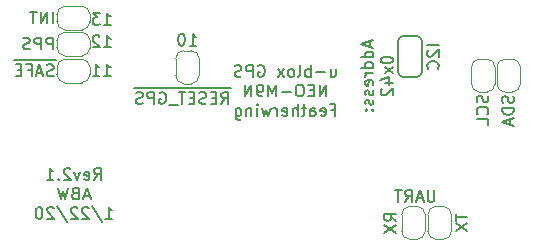
<source format=gbr>
G04 #@! TF.GenerationSoftware,KiCad,Pcbnew,(5.1.4)-1*
G04 #@! TF.CreationDate,2020-01-22T19:52:42-05:00*
G04 #@! TF.ProjectId,Feather-NEO-M9N-GPS,46656174-6865-4722-9d4e-454f2d4d394e,rev?*
G04 #@! TF.SameCoordinates,Original*
G04 #@! TF.FileFunction,Legend,Bot*
G04 #@! TF.FilePolarity,Positive*
%FSLAX46Y46*%
G04 Gerber Fmt 4.6, Leading zero omitted, Abs format (unit mm)*
G04 Created by KiCad (PCBNEW (5.1.4)-1) date 2020-01-22 19:52:42*
%MOMM*%
%LPD*%
G04 APERTURE LIST*
%ADD10C,0.150000*%
%ADD11C,0.120000*%
%ADD12C,0.203200*%
G04 APERTURE END LIST*
D10*
X148882076Y-78290680D02*
X149453504Y-78290680D01*
X149167790Y-78290680D02*
X149167790Y-77290680D01*
X149263028Y-77433538D01*
X149358266Y-77528776D01*
X149453504Y-77576395D01*
X148263028Y-77290680D02*
X148167790Y-77290680D01*
X148072552Y-77338300D01*
X148024933Y-77385919D01*
X147977314Y-77481157D01*
X147929695Y-77671633D01*
X147929695Y-77909728D01*
X147977314Y-78100204D01*
X148024933Y-78195442D01*
X148072552Y-78243061D01*
X148167790Y-78290680D01*
X148263028Y-78290680D01*
X148358266Y-78243061D01*
X148405885Y-78195442D01*
X148453504Y-78100204D01*
X148501123Y-77909728D01*
X148501123Y-77671633D01*
X148453504Y-77481157D01*
X148405885Y-77385919D01*
X148358266Y-77338300D01*
X148263028Y-77290680D01*
X140791036Y-89658180D02*
X141124369Y-89181990D01*
X141362464Y-89658180D02*
X141362464Y-88658180D01*
X140981512Y-88658180D01*
X140886274Y-88705800D01*
X140838655Y-88753419D01*
X140791036Y-88848657D01*
X140791036Y-88991514D01*
X140838655Y-89086752D01*
X140886274Y-89134371D01*
X140981512Y-89181990D01*
X141362464Y-89181990D01*
X139981512Y-89610561D02*
X140076750Y-89658180D01*
X140267226Y-89658180D01*
X140362464Y-89610561D01*
X140410083Y-89515323D01*
X140410083Y-89134371D01*
X140362464Y-89039133D01*
X140267226Y-88991514D01*
X140076750Y-88991514D01*
X139981512Y-89039133D01*
X139933893Y-89134371D01*
X139933893Y-89229609D01*
X140410083Y-89324847D01*
X139600560Y-88991514D02*
X139362464Y-89658180D01*
X139124369Y-88991514D01*
X138791036Y-88753419D02*
X138743417Y-88705800D01*
X138648179Y-88658180D01*
X138410083Y-88658180D01*
X138314845Y-88705800D01*
X138267226Y-88753419D01*
X138219607Y-88848657D01*
X138219607Y-88943895D01*
X138267226Y-89086752D01*
X138838655Y-89658180D01*
X138219607Y-89658180D01*
X137791036Y-89562942D02*
X137743417Y-89610561D01*
X137791036Y-89658180D01*
X137838655Y-89610561D01*
X137791036Y-89562942D01*
X137791036Y-89658180D01*
X136791036Y-89658180D02*
X137362464Y-89658180D01*
X137076750Y-89658180D02*
X137076750Y-88658180D01*
X137171988Y-88801038D01*
X137267226Y-88896276D01*
X137362464Y-88943895D01*
X140410083Y-91022466D02*
X139933893Y-91022466D01*
X140505321Y-91308180D02*
X140171988Y-90308180D01*
X139838655Y-91308180D01*
X139171988Y-90784371D02*
X139029131Y-90831990D01*
X138981512Y-90879609D01*
X138933893Y-90974847D01*
X138933893Y-91117704D01*
X138981512Y-91212942D01*
X139029131Y-91260561D01*
X139124369Y-91308180D01*
X139505321Y-91308180D01*
X139505321Y-90308180D01*
X139171988Y-90308180D01*
X139076750Y-90355800D01*
X139029131Y-90403419D01*
X138981512Y-90498657D01*
X138981512Y-90593895D01*
X139029131Y-90689133D01*
X139076750Y-90736752D01*
X139171988Y-90784371D01*
X139505321Y-90784371D01*
X138600560Y-90308180D02*
X138362464Y-91308180D01*
X138171988Y-90593895D01*
X137981512Y-91308180D01*
X137743417Y-90308180D01*
X141767226Y-92958180D02*
X142338655Y-92958180D01*
X142052940Y-92958180D02*
X142052940Y-91958180D01*
X142148179Y-92101038D01*
X142243417Y-92196276D01*
X142338655Y-92243895D01*
X140624369Y-91910561D02*
X141481512Y-93196276D01*
X140338655Y-92053419D02*
X140291036Y-92005800D01*
X140195798Y-91958180D01*
X139957702Y-91958180D01*
X139862464Y-92005800D01*
X139814845Y-92053419D01*
X139767226Y-92148657D01*
X139767226Y-92243895D01*
X139814845Y-92386752D01*
X140386274Y-92958180D01*
X139767226Y-92958180D01*
X139386274Y-92053419D02*
X139338655Y-92005800D01*
X139243417Y-91958180D01*
X139005321Y-91958180D01*
X138910083Y-92005800D01*
X138862464Y-92053419D01*
X138814845Y-92148657D01*
X138814845Y-92243895D01*
X138862464Y-92386752D01*
X139433893Y-92958180D01*
X138814845Y-92958180D01*
X137671988Y-91910561D02*
X138529131Y-93196276D01*
X137386274Y-92053419D02*
X137338655Y-92005800D01*
X137243417Y-91958180D01*
X137005321Y-91958180D01*
X136910083Y-92005800D01*
X136862464Y-92053419D01*
X136814845Y-92148657D01*
X136814845Y-92243895D01*
X136862464Y-92386752D01*
X137433893Y-92958180D01*
X136814845Y-92958180D01*
X136195798Y-91958180D02*
X136100560Y-91958180D01*
X136005321Y-92005800D01*
X135957702Y-92053419D01*
X135910083Y-92148657D01*
X135862464Y-92339133D01*
X135862464Y-92577228D01*
X135910083Y-92767704D01*
X135957702Y-92862942D01*
X136005321Y-92910561D01*
X136100560Y-92958180D01*
X136195798Y-92958180D01*
X136291036Y-92910561D01*
X136338655Y-92862942D01*
X136386274Y-92767704D01*
X136433893Y-92577228D01*
X136433893Y-92339133D01*
X136386274Y-92148657D01*
X136338655Y-92053419D01*
X136291036Y-92005800D01*
X136195798Y-91958180D01*
X160843433Y-80279314D02*
X160843433Y-80945980D01*
X161272004Y-80279314D02*
X161272004Y-80803123D01*
X161224385Y-80898361D01*
X161129147Y-80945980D01*
X160986290Y-80945980D01*
X160891052Y-80898361D01*
X160843433Y-80850742D01*
X160367242Y-80565028D02*
X159605338Y-80565028D01*
X159129147Y-80945980D02*
X159129147Y-79945980D01*
X159129147Y-80326933D02*
X159033909Y-80279314D01*
X158843433Y-80279314D01*
X158748195Y-80326933D01*
X158700576Y-80374552D01*
X158652957Y-80469790D01*
X158652957Y-80755504D01*
X158700576Y-80850742D01*
X158748195Y-80898361D01*
X158843433Y-80945980D01*
X159033909Y-80945980D01*
X159129147Y-80898361D01*
X158081528Y-80945980D02*
X158176766Y-80898361D01*
X158224385Y-80803123D01*
X158224385Y-79945980D01*
X157557719Y-80945980D02*
X157652957Y-80898361D01*
X157700576Y-80850742D01*
X157748195Y-80755504D01*
X157748195Y-80469790D01*
X157700576Y-80374552D01*
X157652957Y-80326933D01*
X157557719Y-80279314D01*
X157414861Y-80279314D01*
X157319623Y-80326933D01*
X157272004Y-80374552D01*
X157224385Y-80469790D01*
X157224385Y-80755504D01*
X157272004Y-80850742D01*
X157319623Y-80898361D01*
X157414861Y-80945980D01*
X157557719Y-80945980D01*
X156891052Y-80945980D02*
X156367242Y-80279314D01*
X156891052Y-80279314D02*
X156367242Y-80945980D01*
X154700576Y-79993600D02*
X154795814Y-79945980D01*
X154938671Y-79945980D01*
X155081528Y-79993600D01*
X155176766Y-80088838D01*
X155224385Y-80184076D01*
X155272004Y-80374552D01*
X155272004Y-80517409D01*
X155224385Y-80707885D01*
X155176766Y-80803123D01*
X155081528Y-80898361D01*
X154938671Y-80945980D01*
X154843433Y-80945980D01*
X154700576Y-80898361D01*
X154652957Y-80850742D01*
X154652957Y-80517409D01*
X154843433Y-80517409D01*
X154224385Y-80945980D02*
X154224385Y-79945980D01*
X153843433Y-79945980D01*
X153748195Y-79993600D01*
X153700576Y-80041219D01*
X153652957Y-80136457D01*
X153652957Y-80279314D01*
X153700576Y-80374552D01*
X153748195Y-80422171D01*
X153843433Y-80469790D01*
X154224385Y-80469790D01*
X153272004Y-80898361D02*
X153129147Y-80945980D01*
X152891052Y-80945980D01*
X152795814Y-80898361D01*
X152748195Y-80850742D01*
X152700576Y-80755504D01*
X152700576Y-80660266D01*
X152748195Y-80565028D01*
X152795814Y-80517409D01*
X152891052Y-80469790D01*
X153081528Y-80422171D01*
X153176766Y-80374552D01*
X153224385Y-80326933D01*
X153272004Y-80231695D01*
X153272004Y-80136457D01*
X153224385Y-80041219D01*
X153176766Y-79993600D01*
X153081528Y-79945980D01*
X152843433Y-79945980D01*
X152700576Y-79993600D01*
X160462480Y-82595980D02*
X160462480Y-81595980D01*
X159891052Y-82595980D01*
X159891052Y-81595980D01*
X159414861Y-82072171D02*
X159081528Y-82072171D01*
X158938671Y-82595980D02*
X159414861Y-82595980D01*
X159414861Y-81595980D01*
X158938671Y-81595980D01*
X158319623Y-81595980D02*
X158129147Y-81595980D01*
X158033909Y-81643600D01*
X157938671Y-81738838D01*
X157891052Y-81929314D01*
X157891052Y-82262647D01*
X157938671Y-82453123D01*
X158033909Y-82548361D01*
X158129147Y-82595980D01*
X158319623Y-82595980D01*
X158414861Y-82548361D01*
X158510100Y-82453123D01*
X158557719Y-82262647D01*
X158557719Y-81929314D01*
X158510100Y-81738838D01*
X158414861Y-81643600D01*
X158319623Y-81595980D01*
X157462480Y-82215028D02*
X156700576Y-82215028D01*
X156224385Y-82595980D02*
X156224385Y-81595980D01*
X155891052Y-82310266D01*
X155557719Y-81595980D01*
X155557719Y-82595980D01*
X155033909Y-82595980D02*
X154843433Y-82595980D01*
X154748195Y-82548361D01*
X154700576Y-82500742D01*
X154605338Y-82357885D01*
X154557719Y-82167409D01*
X154557719Y-81786457D01*
X154605338Y-81691219D01*
X154652957Y-81643600D01*
X154748195Y-81595980D01*
X154938671Y-81595980D01*
X155033909Y-81643600D01*
X155081528Y-81691219D01*
X155129147Y-81786457D01*
X155129147Y-82024552D01*
X155081528Y-82119790D01*
X155033909Y-82167409D01*
X154938671Y-82215028D01*
X154748195Y-82215028D01*
X154652957Y-82167409D01*
X154605338Y-82119790D01*
X154557719Y-82024552D01*
X154129147Y-82595980D02*
X154129147Y-81595980D01*
X153557719Y-82595980D01*
X153557719Y-81595980D01*
X160891052Y-83722171D02*
X161224385Y-83722171D01*
X161224385Y-84245980D02*
X161224385Y-83245980D01*
X160748195Y-83245980D01*
X159986290Y-84198361D02*
X160081528Y-84245980D01*
X160272004Y-84245980D01*
X160367242Y-84198361D01*
X160414861Y-84103123D01*
X160414861Y-83722171D01*
X160367242Y-83626933D01*
X160272004Y-83579314D01*
X160081528Y-83579314D01*
X159986290Y-83626933D01*
X159938671Y-83722171D01*
X159938671Y-83817409D01*
X160414861Y-83912647D01*
X159081528Y-84245980D02*
X159081528Y-83722171D01*
X159129147Y-83626933D01*
X159224385Y-83579314D01*
X159414861Y-83579314D01*
X159510100Y-83626933D01*
X159081528Y-84198361D02*
X159176766Y-84245980D01*
X159414861Y-84245980D01*
X159510100Y-84198361D01*
X159557719Y-84103123D01*
X159557719Y-84007885D01*
X159510100Y-83912647D01*
X159414861Y-83865028D01*
X159176766Y-83865028D01*
X159081528Y-83817409D01*
X158748195Y-83579314D02*
X158367242Y-83579314D01*
X158605338Y-83245980D02*
X158605338Y-84103123D01*
X158557719Y-84198361D01*
X158462480Y-84245980D01*
X158367242Y-84245980D01*
X158033909Y-84245980D02*
X158033909Y-83245980D01*
X157605338Y-84245980D02*
X157605338Y-83722171D01*
X157652957Y-83626933D01*
X157748195Y-83579314D01*
X157891052Y-83579314D01*
X157986290Y-83626933D01*
X158033909Y-83674552D01*
X156748195Y-84198361D02*
X156843433Y-84245980D01*
X157033909Y-84245980D01*
X157129147Y-84198361D01*
X157176766Y-84103123D01*
X157176766Y-83722171D01*
X157129147Y-83626933D01*
X157033909Y-83579314D01*
X156843433Y-83579314D01*
X156748195Y-83626933D01*
X156700576Y-83722171D01*
X156700576Y-83817409D01*
X157176766Y-83912647D01*
X156272004Y-84245980D02*
X156272004Y-83579314D01*
X156272004Y-83769790D02*
X156224385Y-83674552D01*
X156176766Y-83626933D01*
X156081528Y-83579314D01*
X155986290Y-83579314D01*
X155748195Y-83579314D02*
X155557719Y-84245980D01*
X155367242Y-83769790D01*
X155176766Y-84245980D01*
X154986290Y-83579314D01*
X154605338Y-84245980D02*
X154605338Y-83579314D01*
X154605338Y-83245980D02*
X154652957Y-83293600D01*
X154605338Y-83341219D01*
X154557719Y-83293600D01*
X154605338Y-83245980D01*
X154605338Y-83341219D01*
X154129147Y-83579314D02*
X154129147Y-84245980D01*
X154129147Y-83674552D02*
X154081528Y-83626933D01*
X153986290Y-83579314D01*
X153843433Y-83579314D01*
X153748195Y-83626933D01*
X153700576Y-83722171D01*
X153700576Y-84245980D01*
X152795814Y-83579314D02*
X152795814Y-84388838D01*
X152843433Y-84484076D01*
X152891052Y-84531695D01*
X152986290Y-84579314D01*
X153129147Y-84579314D01*
X153224385Y-84531695D01*
X152795814Y-84198361D02*
X152891052Y-84245980D01*
X153081528Y-84245980D01*
X153176766Y-84198361D01*
X153224385Y-84150742D01*
X153272004Y-84055504D01*
X153272004Y-83769790D01*
X153224385Y-83674552D01*
X153176766Y-83626933D01*
X153081528Y-83579314D01*
X152891052Y-83579314D01*
X152795814Y-83626933D01*
X164136866Y-77932328D02*
X164136866Y-78408519D01*
X164422580Y-77837090D02*
X163422580Y-78170423D01*
X164422580Y-78503757D01*
X164422580Y-79265661D02*
X163422580Y-79265661D01*
X164374961Y-79265661D02*
X164422580Y-79170423D01*
X164422580Y-78979947D01*
X164374961Y-78884709D01*
X164327342Y-78837090D01*
X164232104Y-78789471D01*
X163946390Y-78789471D01*
X163851152Y-78837090D01*
X163803533Y-78884709D01*
X163755914Y-78979947D01*
X163755914Y-79170423D01*
X163803533Y-79265661D01*
X164422580Y-80170423D02*
X163422580Y-80170423D01*
X164374961Y-80170423D02*
X164422580Y-80075185D01*
X164422580Y-79884709D01*
X164374961Y-79789471D01*
X164327342Y-79741852D01*
X164232104Y-79694233D01*
X163946390Y-79694233D01*
X163851152Y-79741852D01*
X163803533Y-79789471D01*
X163755914Y-79884709D01*
X163755914Y-80075185D01*
X163803533Y-80170423D01*
X164422580Y-80646614D02*
X163755914Y-80646614D01*
X163946390Y-80646614D02*
X163851152Y-80694233D01*
X163803533Y-80741852D01*
X163755914Y-80837090D01*
X163755914Y-80932328D01*
X164374961Y-81646614D02*
X164422580Y-81551376D01*
X164422580Y-81360900D01*
X164374961Y-81265661D01*
X164279723Y-81218042D01*
X163898771Y-81218042D01*
X163803533Y-81265661D01*
X163755914Y-81360900D01*
X163755914Y-81551376D01*
X163803533Y-81646614D01*
X163898771Y-81694233D01*
X163994009Y-81694233D01*
X164089247Y-81218042D01*
X164374961Y-82075185D02*
X164422580Y-82170423D01*
X164422580Y-82360900D01*
X164374961Y-82456138D01*
X164279723Y-82503757D01*
X164232104Y-82503757D01*
X164136866Y-82456138D01*
X164089247Y-82360900D01*
X164089247Y-82218042D01*
X164041628Y-82122804D01*
X163946390Y-82075185D01*
X163898771Y-82075185D01*
X163803533Y-82122804D01*
X163755914Y-82218042D01*
X163755914Y-82360900D01*
X163803533Y-82456138D01*
X164374961Y-82884709D02*
X164422580Y-82979947D01*
X164422580Y-83170423D01*
X164374961Y-83265661D01*
X164279723Y-83313280D01*
X164232104Y-83313280D01*
X164136866Y-83265661D01*
X164089247Y-83170423D01*
X164089247Y-83027566D01*
X164041628Y-82932328D01*
X163946390Y-82884709D01*
X163898771Y-82884709D01*
X163803533Y-82932328D01*
X163755914Y-83027566D01*
X163755914Y-83170423D01*
X163803533Y-83265661D01*
X164327342Y-83741852D02*
X164374961Y-83789471D01*
X164422580Y-83741852D01*
X164374961Y-83694233D01*
X164327342Y-83741852D01*
X164422580Y-83741852D01*
X163803533Y-83741852D02*
X163851152Y-83789471D01*
X163898771Y-83741852D01*
X163851152Y-83694233D01*
X163803533Y-83741852D01*
X163898771Y-83741852D01*
X165072580Y-79456138D02*
X165072580Y-79551376D01*
X165120200Y-79646614D01*
X165167819Y-79694233D01*
X165263057Y-79741852D01*
X165453533Y-79789471D01*
X165691628Y-79789471D01*
X165882104Y-79741852D01*
X165977342Y-79694233D01*
X166024961Y-79646614D01*
X166072580Y-79551376D01*
X166072580Y-79456138D01*
X166024961Y-79360900D01*
X165977342Y-79313280D01*
X165882104Y-79265661D01*
X165691628Y-79218042D01*
X165453533Y-79218042D01*
X165263057Y-79265661D01*
X165167819Y-79313280D01*
X165120200Y-79360900D01*
X165072580Y-79456138D01*
X166072580Y-80122804D02*
X165405914Y-80646614D01*
X165405914Y-80122804D02*
X166072580Y-80646614D01*
X165405914Y-81456138D02*
X166072580Y-81456138D01*
X165024961Y-81218042D02*
X165739247Y-80979947D01*
X165739247Y-81598995D01*
X165167819Y-81932328D02*
X165120200Y-81979947D01*
X165072580Y-82075185D01*
X165072580Y-82313280D01*
X165120200Y-82408519D01*
X165167819Y-82456138D01*
X165263057Y-82503757D01*
X165358295Y-82503757D01*
X165501152Y-82456138D01*
X166072580Y-81884709D01*
X166072580Y-82503757D01*
X169616238Y-90511380D02*
X169616238Y-91320904D01*
X169568619Y-91416142D01*
X169521000Y-91463761D01*
X169425761Y-91511380D01*
X169235285Y-91511380D01*
X169140047Y-91463761D01*
X169092428Y-91416142D01*
X169044809Y-91320904D01*
X169044809Y-90511380D01*
X168616238Y-91225666D02*
X168140047Y-91225666D01*
X168711476Y-91511380D02*
X168378142Y-90511380D01*
X168044809Y-91511380D01*
X167140047Y-91511380D02*
X167473380Y-91035190D01*
X167711476Y-91511380D02*
X167711476Y-90511380D01*
X167330523Y-90511380D01*
X167235285Y-90559000D01*
X167187666Y-90606619D01*
X167140047Y-90701857D01*
X167140047Y-90844714D01*
X167187666Y-90939952D01*
X167235285Y-90987571D01*
X167330523Y-91035190D01*
X167711476Y-91035190D01*
X166854333Y-90511380D02*
X166282904Y-90511380D01*
X166568619Y-91511380D02*
X166568619Y-90511380D01*
X141627836Y-80833220D02*
X142199264Y-80833220D01*
X141913550Y-80833220D02*
X141913550Y-79833220D01*
X142008788Y-79976078D01*
X142104026Y-80071316D01*
X142199264Y-80118935D01*
X140675455Y-80833220D02*
X141246883Y-80833220D01*
X140961169Y-80833220D02*
X140961169Y-79833220D01*
X141056407Y-79976078D01*
X141151645Y-80071316D01*
X141246883Y-80118935D01*
X141627836Y-78430380D02*
X142199264Y-78430380D01*
X141913550Y-78430380D02*
X141913550Y-77430380D01*
X142008788Y-77573238D01*
X142104026Y-77668476D01*
X142199264Y-77716095D01*
X141246883Y-77525619D02*
X141199264Y-77478000D01*
X141104026Y-77430380D01*
X140865931Y-77430380D01*
X140770693Y-77478000D01*
X140723074Y-77525619D01*
X140675455Y-77620857D01*
X140675455Y-77716095D01*
X140723074Y-77858952D01*
X141294502Y-78430380D01*
X140675455Y-78430380D01*
X141627836Y-76515220D02*
X142199264Y-76515220D01*
X141913550Y-76515220D02*
X141913550Y-75515220D01*
X142008788Y-75658078D01*
X142104026Y-75753316D01*
X142199264Y-75800935D01*
X141294502Y-75515220D02*
X140675455Y-75515220D01*
X141008788Y-75896173D01*
X140865931Y-75896173D01*
X140770693Y-75943792D01*
X140723074Y-75991411D01*
X140675455Y-76086649D01*
X140675455Y-76324744D01*
X140723074Y-76419982D01*
X140770693Y-76467601D01*
X140865931Y-76515220D01*
X141151645Y-76515220D01*
X141246883Y-76467601D01*
X141294502Y-76419982D01*
D11*
X149704300Y-80811600D02*
X149704300Y-79411600D01*
X149004300Y-78711600D02*
X148404300Y-78711600D01*
X147704300Y-79411600D02*
X147704300Y-80811600D01*
X148404300Y-81511600D02*
X149004300Y-81511600D01*
X149004300Y-81511600D02*
G75*
G03X149704300Y-80811600I0J700000D01*
G01*
X147704300Y-80811600D02*
G75*
G03X148404300Y-81511600I700000J0D01*
G01*
X148404300Y-78711600D02*
G75*
G03X147704300Y-79411600I0J-700000D01*
G01*
X149704300Y-79411600D02*
G75*
G03X149004300Y-78711600I-700000J0D01*
G01*
D12*
X166532560Y-77942440D02*
X166532560Y-80482440D01*
X168107360Y-77485240D02*
X166989760Y-77485240D01*
X168107360Y-80939640D02*
X166989760Y-80939640D01*
X168107360Y-80939640D02*
G75*
G03X168564560Y-80482440I0J457200D01*
G01*
X168564560Y-77942440D02*
G75*
G03X168107360Y-77485240I-457200J0D01*
G01*
X166532560Y-77942440D02*
G75*
G02X166989760Y-77485240I457200J0D01*
G01*
X166989760Y-80939640D02*
G75*
G02X166532560Y-80482440I0J457200D01*
G01*
X168564560Y-80482440D02*
X168564560Y-77942440D01*
D11*
X138354840Y-81431640D02*
X139754840Y-81431640D01*
X140454840Y-80731640D02*
X140454840Y-80131640D01*
X139754840Y-79431640D02*
X138354840Y-79431640D01*
X137654840Y-80131640D02*
X137654840Y-80731640D01*
X137654840Y-80731640D02*
G75*
G03X138354840Y-81431640I700000J0D01*
G01*
X138354840Y-79431640D02*
G75*
G03X137654840Y-80131640I0J-700000D01*
G01*
X140454840Y-80131640D02*
G75*
G03X139754840Y-79431640I-700000J0D01*
G01*
X139754840Y-81431640D02*
G75*
G03X140454840Y-80731640I0J700000D01*
G01*
X138354840Y-79155800D02*
X139754840Y-79155800D01*
X140454840Y-78455800D02*
X140454840Y-77855800D01*
X139754840Y-77155800D02*
X138354840Y-77155800D01*
X137654840Y-77855800D02*
X137654840Y-78455800D01*
X137654840Y-78455800D02*
G75*
G03X138354840Y-79155800I700000J0D01*
G01*
X138354840Y-77155800D02*
G75*
G03X137654840Y-77855800I0J-700000D01*
G01*
X140454840Y-77855800D02*
G75*
G03X139754840Y-77155800I-700000J0D01*
G01*
X139754840Y-79155800D02*
G75*
G03X140454840Y-78455800I0J700000D01*
G01*
X138354840Y-76951080D02*
X139754840Y-76951080D01*
X140454840Y-76251080D02*
X140454840Y-75651080D01*
X139754840Y-74951080D02*
X138354840Y-74951080D01*
X137654840Y-75651080D02*
X137654840Y-76251080D01*
X137654840Y-76251080D02*
G75*
G03X138354840Y-76951080I700000J0D01*
G01*
X138354840Y-74951080D02*
G75*
G03X137654840Y-75651080I0J-700000D01*
G01*
X140454840Y-75651080D02*
G75*
G03X139754840Y-74951080I-700000J0D01*
G01*
X139754840Y-76951080D02*
G75*
G03X140454840Y-76251080I0J700000D01*
G01*
X168835580Y-93994200D02*
X168835580Y-92594200D01*
X168135580Y-91894200D02*
X167535580Y-91894200D01*
X166835580Y-92594200D02*
X166835580Y-93994200D01*
X167535580Y-94694200D02*
X168135580Y-94694200D01*
X168135580Y-94694200D02*
G75*
G03X168835580Y-93994200I0J700000D01*
G01*
X166835580Y-93994200D02*
G75*
G03X167535580Y-94694200I700000J0D01*
G01*
X167535580Y-91894200D02*
G75*
G03X166835580Y-92594200I0J-700000D01*
G01*
X168835580Y-92594200D02*
G75*
G03X168135580Y-91894200I-700000J0D01*
G01*
X169055540Y-92599280D02*
X169055540Y-93999280D01*
X169755540Y-94699280D02*
X170355540Y-94699280D01*
X171055540Y-93999280D02*
X171055540Y-92599280D01*
X170355540Y-91899280D02*
X169755540Y-91899280D01*
X169755540Y-91899280D02*
G75*
G03X169055540Y-92599280I0J-700000D01*
G01*
X171055540Y-92599280D02*
G75*
G03X170355540Y-91899280I-700000J0D01*
G01*
X170355540Y-94699280D02*
G75*
G03X171055540Y-93999280I0J700000D01*
G01*
X169055540Y-93999280D02*
G75*
G03X169755540Y-94699280I700000J0D01*
G01*
X172746160Y-80122800D02*
X172746160Y-81522800D01*
X173446160Y-82222800D02*
X174046160Y-82222800D01*
X174746160Y-81522800D02*
X174746160Y-80122800D01*
X174046160Y-79422800D02*
X173446160Y-79422800D01*
X173446160Y-79422800D02*
G75*
G03X172746160Y-80122800I0J-700000D01*
G01*
X174746160Y-80122800D02*
G75*
G03X174046160Y-79422800I-700000J0D01*
G01*
X174046160Y-82222800D02*
G75*
G03X174746160Y-81522800I0J700000D01*
G01*
X172746160Y-81522800D02*
G75*
G03X173446160Y-82222800I700000J0D01*
G01*
X174895000Y-80122800D02*
X174895000Y-81522800D01*
X175595000Y-82222800D02*
X176195000Y-82222800D01*
X176895000Y-81522800D02*
X176895000Y-80122800D01*
X176195000Y-79422800D02*
X175595000Y-79422800D01*
X175595000Y-79422800D02*
G75*
G03X174895000Y-80122800I0J-700000D01*
G01*
X176895000Y-80122800D02*
G75*
G03X176195000Y-79422800I-700000J0D01*
G01*
X176195000Y-82222800D02*
G75*
G03X176895000Y-81522800I0J700000D01*
G01*
X174895000Y-81522800D02*
G75*
G03X175595000Y-82222800I700000J0D01*
G01*
D10*
X152391547Y-81863600D02*
X151391547Y-81863600D01*
X151582023Y-83230980D02*
X151915357Y-82754790D01*
X152153452Y-83230980D02*
X152153452Y-82230980D01*
X151772500Y-82230980D01*
X151677261Y-82278600D01*
X151629642Y-82326219D01*
X151582023Y-82421457D01*
X151582023Y-82564314D01*
X151629642Y-82659552D01*
X151677261Y-82707171D01*
X151772500Y-82754790D01*
X152153452Y-82754790D01*
X151391547Y-81863600D02*
X150486785Y-81863600D01*
X151153452Y-82707171D02*
X150820119Y-82707171D01*
X150677261Y-83230980D02*
X151153452Y-83230980D01*
X151153452Y-82230980D01*
X150677261Y-82230980D01*
X150486785Y-81863600D02*
X149534404Y-81863600D01*
X150296309Y-83183361D02*
X150153452Y-83230980D01*
X149915357Y-83230980D01*
X149820119Y-83183361D01*
X149772500Y-83135742D01*
X149724880Y-83040504D01*
X149724880Y-82945266D01*
X149772500Y-82850028D01*
X149820119Y-82802409D01*
X149915357Y-82754790D01*
X150105833Y-82707171D01*
X150201071Y-82659552D01*
X150248690Y-82611933D01*
X150296309Y-82516695D01*
X150296309Y-82421457D01*
X150248690Y-82326219D01*
X150201071Y-82278600D01*
X150105833Y-82230980D01*
X149867738Y-82230980D01*
X149724880Y-82278600D01*
X149534404Y-81863600D02*
X148629642Y-81863600D01*
X149296309Y-82707171D02*
X148962976Y-82707171D01*
X148820119Y-83230980D02*
X149296309Y-83230980D01*
X149296309Y-82230980D01*
X148820119Y-82230980D01*
X148629642Y-81863600D02*
X147867738Y-81863600D01*
X148534404Y-82230980D02*
X147962976Y-82230980D01*
X148248690Y-83230980D02*
X148248690Y-82230980D01*
X147867738Y-81863600D02*
X147105833Y-81863600D01*
X147867738Y-83326219D02*
X147105833Y-83326219D01*
X147105833Y-81863600D02*
X146105833Y-81863600D01*
X146343928Y-82278600D02*
X146439166Y-82230980D01*
X146582023Y-82230980D01*
X146724880Y-82278600D01*
X146820119Y-82373838D01*
X146867738Y-82469076D01*
X146915357Y-82659552D01*
X146915357Y-82802409D01*
X146867738Y-82992885D01*
X146820119Y-83088123D01*
X146724880Y-83183361D01*
X146582023Y-83230980D01*
X146486785Y-83230980D01*
X146343928Y-83183361D01*
X146296309Y-83135742D01*
X146296309Y-82802409D01*
X146486785Y-82802409D01*
X146105833Y-81863600D02*
X145105833Y-81863600D01*
X145867738Y-83230980D02*
X145867738Y-82230980D01*
X145486785Y-82230980D01*
X145391547Y-82278600D01*
X145343928Y-82326219D01*
X145296309Y-82421457D01*
X145296309Y-82564314D01*
X145343928Y-82659552D01*
X145391547Y-82707171D01*
X145486785Y-82754790D01*
X145867738Y-82754790D01*
X145105833Y-81863600D02*
X144153452Y-81863600D01*
X144915357Y-83183361D02*
X144772500Y-83230980D01*
X144534404Y-83230980D01*
X144439166Y-83183361D01*
X144391547Y-83135742D01*
X144343928Y-83040504D01*
X144343928Y-82945266D01*
X144391547Y-82850028D01*
X144439166Y-82802409D01*
X144534404Y-82754790D01*
X144724880Y-82707171D01*
X144820119Y-82659552D01*
X144867738Y-82611933D01*
X144915357Y-82516695D01*
X144915357Y-82421457D01*
X144867738Y-82326219D01*
X144820119Y-82278600D01*
X144724880Y-82230980D01*
X144486785Y-82230980D01*
X144343928Y-82278600D01*
X169989380Y-78236249D02*
X168989380Y-78236249D01*
X169084619Y-78664820D02*
X169037000Y-78712440D01*
X168989380Y-78807678D01*
X168989380Y-79045773D01*
X169037000Y-79141011D01*
X169084619Y-79188630D01*
X169179857Y-79236249D01*
X169275095Y-79236249D01*
X169417952Y-79188630D01*
X169989380Y-78617201D01*
X169989380Y-79236249D01*
X169894142Y-80236249D02*
X169941761Y-80188630D01*
X169989380Y-80045773D01*
X169989380Y-79950535D01*
X169941761Y-79807678D01*
X169846523Y-79712440D01*
X169751285Y-79664820D01*
X169560809Y-79617201D01*
X169417952Y-79617201D01*
X169227476Y-79664820D01*
X169132238Y-79712440D01*
X169037000Y-79807678D01*
X168989380Y-79950535D01*
X168989380Y-80045773D01*
X169037000Y-80188630D01*
X169084619Y-80236249D01*
X137558874Y-79521720D02*
X136606493Y-79521720D01*
X137368398Y-80841481D02*
X137225540Y-80889100D01*
X136987445Y-80889100D01*
X136892207Y-80841481D01*
X136844588Y-80793862D01*
X136796969Y-80698624D01*
X136796969Y-80603386D01*
X136844588Y-80508148D01*
X136892207Y-80460529D01*
X136987445Y-80412910D01*
X137177921Y-80365291D01*
X137273160Y-80317672D01*
X137320779Y-80270053D01*
X137368398Y-80174815D01*
X137368398Y-80079577D01*
X137320779Y-79984339D01*
X137273160Y-79936720D01*
X137177921Y-79889100D01*
X136939826Y-79889100D01*
X136796969Y-79936720D01*
X136606493Y-79521720D02*
X135749350Y-79521720D01*
X136416017Y-80603386D02*
X135939826Y-80603386D01*
X136511255Y-80889100D02*
X136177921Y-79889100D01*
X135844588Y-80889100D01*
X135749350Y-79521720D02*
X134892207Y-79521720D01*
X135177921Y-80365291D02*
X135511255Y-80365291D01*
X135511255Y-80889100D02*
X135511255Y-79889100D01*
X135035064Y-79889100D01*
X134892207Y-79521720D02*
X133987445Y-79521720D01*
X134654112Y-80365291D02*
X134320779Y-80365291D01*
X134177921Y-80889100D02*
X134654112Y-80889100D01*
X134654112Y-79889100D01*
X134177921Y-79889100D01*
X137320779Y-78613260D02*
X137320779Y-77613260D01*
X136939826Y-77613260D01*
X136844588Y-77660880D01*
X136796969Y-77708499D01*
X136749350Y-77803737D01*
X136749350Y-77946594D01*
X136796969Y-78041832D01*
X136844588Y-78089451D01*
X136939826Y-78137070D01*
X137320779Y-78137070D01*
X136320779Y-78613260D02*
X136320779Y-77613260D01*
X135939826Y-77613260D01*
X135844588Y-77660880D01*
X135796969Y-77708499D01*
X135749350Y-77803737D01*
X135749350Y-77946594D01*
X135796969Y-78041832D01*
X135844588Y-78089451D01*
X135939826Y-78137070D01*
X136320779Y-78137070D01*
X135368398Y-78565641D02*
X135225541Y-78613260D01*
X134987445Y-78613260D01*
X134892207Y-78565641D01*
X134844588Y-78518022D01*
X134796969Y-78422784D01*
X134796969Y-78327546D01*
X134844588Y-78232308D01*
X134892207Y-78184689D01*
X134987445Y-78137070D01*
X135177922Y-78089451D01*
X135273160Y-78041832D01*
X135320779Y-77994213D01*
X135368398Y-77898975D01*
X135368398Y-77803737D01*
X135320779Y-77708499D01*
X135273160Y-77660880D01*
X135177922Y-77613260D01*
X134939826Y-77613260D01*
X134796969Y-77660880D01*
X137320779Y-76413620D02*
X137320779Y-75413620D01*
X136844589Y-76413620D02*
X136844589Y-75413620D01*
X136273160Y-76413620D01*
X136273160Y-75413620D01*
X135939827Y-75413620D02*
X135368398Y-75413620D01*
X135654113Y-76413620D02*
X135654113Y-75413620D01*
X166387960Y-93127533D02*
X165911770Y-92794200D01*
X166387960Y-92556104D02*
X165387960Y-92556104D01*
X165387960Y-92937057D01*
X165435580Y-93032295D01*
X165483199Y-93079914D01*
X165578437Y-93127533D01*
X165721294Y-93127533D01*
X165816532Y-93079914D01*
X165864151Y-93032295D01*
X165911770Y-92937057D01*
X165911770Y-92556104D01*
X165387960Y-93460866D02*
X166387960Y-94127533D01*
X165387960Y-94127533D02*
X166387960Y-93460866D01*
X171407920Y-92537375D02*
X171407920Y-93108803D01*
X172407920Y-92823089D02*
X171407920Y-92823089D01*
X171407920Y-93346899D02*
X172407920Y-94013565D01*
X171407920Y-94013565D02*
X172407920Y-93346899D01*
X174140761Y-82527923D02*
X174188380Y-82670780D01*
X174188380Y-82908876D01*
X174140761Y-83004114D01*
X174093142Y-83051733D01*
X173997904Y-83099352D01*
X173902666Y-83099352D01*
X173807428Y-83051733D01*
X173759809Y-83004114D01*
X173712190Y-82908876D01*
X173664571Y-82718400D01*
X173616952Y-82623161D01*
X173569333Y-82575542D01*
X173474095Y-82527923D01*
X173378857Y-82527923D01*
X173283619Y-82575542D01*
X173236000Y-82623161D01*
X173188380Y-82718400D01*
X173188380Y-82956495D01*
X173236000Y-83099352D01*
X174093142Y-84099352D02*
X174140761Y-84051733D01*
X174188380Y-83908876D01*
X174188380Y-83813638D01*
X174140761Y-83670780D01*
X174045523Y-83575542D01*
X173950285Y-83527923D01*
X173759809Y-83480304D01*
X173616952Y-83480304D01*
X173426476Y-83527923D01*
X173331238Y-83575542D01*
X173236000Y-83670780D01*
X173188380Y-83813638D01*
X173188380Y-83908876D01*
X173236000Y-84051733D01*
X173283619Y-84099352D01*
X174188380Y-85004114D02*
X174188380Y-84527923D01*
X173188380Y-84527923D01*
X176287061Y-82567614D02*
X176334680Y-82710471D01*
X176334680Y-82948566D01*
X176287061Y-83043804D01*
X176239442Y-83091423D01*
X176144204Y-83139042D01*
X176048966Y-83139042D01*
X175953728Y-83091423D01*
X175906109Y-83043804D01*
X175858490Y-82948566D01*
X175810871Y-82758090D01*
X175763252Y-82662852D01*
X175715633Y-82615233D01*
X175620395Y-82567614D01*
X175525157Y-82567614D01*
X175429919Y-82615233D01*
X175382300Y-82662852D01*
X175334680Y-82758090D01*
X175334680Y-82996185D01*
X175382300Y-83139042D01*
X176334680Y-83567614D02*
X175334680Y-83567614D01*
X175334680Y-83805709D01*
X175382300Y-83948566D01*
X175477538Y-84043804D01*
X175572776Y-84091423D01*
X175763252Y-84139042D01*
X175906109Y-84139042D01*
X176096585Y-84091423D01*
X176191823Y-84043804D01*
X176287061Y-83948566D01*
X176334680Y-83805709D01*
X176334680Y-83567614D01*
X176048966Y-84519995D02*
X176048966Y-84996185D01*
X176334680Y-84424757D02*
X175334680Y-84758090D01*
X176334680Y-85091423D01*
M02*

</source>
